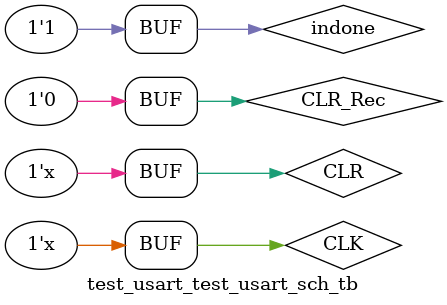
<source format=v>

`timescale 1ns / 1ps

module test_usart_test_usart_sch_tb();

// Inputs
   reg CLK;
   wire CLK_B;
   reg CLR;
   wire  Rx;
   reg [7:0] Data_Tx;
	reg CLR_Rec;
// Output
   wire Tx;
   wire parity_err;
   wire [7:0] Data_Rx;
	wire Data_Ready;

// Bidirs

// Instantiate the UUT
   test_usart UUT (
		.Tx(Tx), 
		.CLK(CLK), 
		.CLK_B(CLK_B), 
		.CLR(CLR), 
		.Rx(Rx), 
		.Data_Tx(Data_Tx), 
		.parity_err(parity_err), 
		.Data_Rx(Data_Rx),
		.CLR_Rec(CLR_Rec),
		.Data_Ready(Data_Ready)
   );
// Initialize Inputs
reg indone;
   initial begin
	CLR = 0;
	CLR_Rec = 0;
	Data_Tx = 00;
	CLK = 0;
	indone = 0;
	#1000;
	CLR = 1;
	CLR_Rec = 1;
	#150000;
	CLR = 0;
		CLR_Rec = 0;
indone = 1;
   end
		
		assign Rx = Tx;
		
	always begin
		 CLK =~CLK;
		 #10;
		 end

 	always begin
		#150000;
		if(indone == 1)CLR = ~CLR;
   end
	
	always @(posedge CLR)
	begin
	Data_Tx = Data_Tx + 1;
	end
endmodule

</source>
